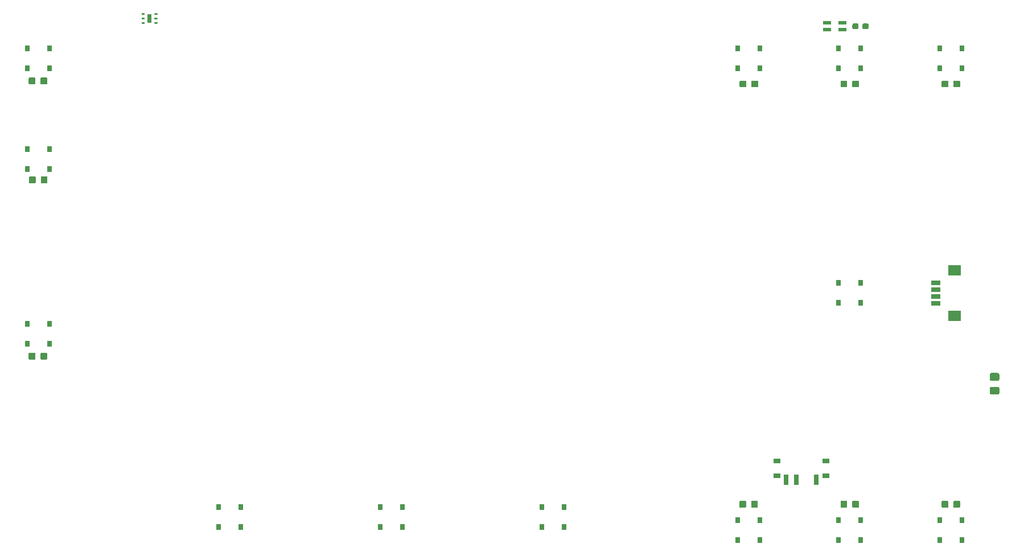
<source format=gtp>
G04 #@! TF.GenerationSoftware,KiCad,Pcbnew,(5.1.5)-3*
G04 #@! TF.CreationDate,2020-04-11T01:13:50-04:00*
G04 #@! TF.ProjectId,CPU,4350552e-6b69-4636-9164-5f7063625858,rev?*
G04 #@! TF.SameCoordinates,Original*
G04 #@! TF.FileFunction,Paste,Top*
G04 #@! TF.FilePolarity,Positive*
%FSLAX46Y46*%
G04 Gerber Fmt 4.6, Leading zero omitted, Abs format (unit mm)*
G04 Created by KiCad (PCBNEW (5.1.5)-3) date 2020-04-11 01:13:50*
%MOMM*%
%LPD*%
G04 APERTURE LIST*
%ADD10C,0.100000*%
%ADD11R,1.200000X0.600000*%
%ADD12R,1.350000X0.700000*%
%ADD13R,1.900000X1.500000*%
%ADD14R,0.800000X0.850000*%
%ADD15R,0.700000X1.500000*%
%ADD16R,1.000000X0.800000*%
G04 APERTURE END LIST*
D10*
G36*
X58310000Y-47735000D02*
G01*
X58310000Y-46485000D01*
X57690000Y-46485000D01*
X57690000Y-47735000D01*
X58310000Y-47735000D01*
G37*
G36*
X184174505Y-101901204D02*
G01*
X184198773Y-101904804D01*
X184222572Y-101910765D01*
X184245671Y-101919030D01*
X184267850Y-101929520D01*
X184288893Y-101942132D01*
X184308599Y-101956747D01*
X184326777Y-101973223D01*
X184343253Y-101991401D01*
X184357868Y-102011107D01*
X184370480Y-102032150D01*
X184380970Y-102054329D01*
X184389235Y-102077428D01*
X184395196Y-102101227D01*
X184398796Y-102125495D01*
X184400000Y-102149999D01*
X184400000Y-102800001D01*
X184398796Y-102824505D01*
X184395196Y-102848773D01*
X184389235Y-102872572D01*
X184380970Y-102895671D01*
X184370480Y-102917850D01*
X184357868Y-102938893D01*
X184343253Y-102958599D01*
X184326777Y-102976777D01*
X184308599Y-102993253D01*
X184288893Y-103007868D01*
X184267850Y-103020480D01*
X184245671Y-103030970D01*
X184222572Y-103039235D01*
X184198773Y-103045196D01*
X184174505Y-103048796D01*
X184150001Y-103050000D01*
X183249999Y-103050000D01*
X183225495Y-103048796D01*
X183201227Y-103045196D01*
X183177428Y-103039235D01*
X183154329Y-103030970D01*
X183132150Y-103020480D01*
X183111107Y-103007868D01*
X183091401Y-102993253D01*
X183073223Y-102976777D01*
X183056747Y-102958599D01*
X183042132Y-102938893D01*
X183029520Y-102917850D01*
X183019030Y-102895671D01*
X183010765Y-102872572D01*
X183004804Y-102848773D01*
X183001204Y-102824505D01*
X183000000Y-102800001D01*
X183000000Y-102149999D01*
X183001204Y-102125495D01*
X183004804Y-102101227D01*
X183010765Y-102077428D01*
X183019030Y-102054329D01*
X183029520Y-102032150D01*
X183042132Y-102011107D01*
X183056747Y-101991401D01*
X183073223Y-101973223D01*
X183091401Y-101956747D01*
X183111107Y-101942132D01*
X183132150Y-101929520D01*
X183154329Y-101919030D01*
X183177428Y-101910765D01*
X183201227Y-101904804D01*
X183225495Y-101901204D01*
X183249999Y-101900000D01*
X184150001Y-101900000D01*
X184174505Y-101901204D01*
G37*
G36*
X184174505Y-99851204D02*
G01*
X184198773Y-99854804D01*
X184222572Y-99860765D01*
X184245671Y-99869030D01*
X184267850Y-99879520D01*
X184288893Y-99892132D01*
X184308599Y-99906747D01*
X184326777Y-99923223D01*
X184343253Y-99941401D01*
X184357868Y-99961107D01*
X184370480Y-99982150D01*
X184380970Y-100004329D01*
X184389235Y-100027428D01*
X184395196Y-100051227D01*
X184398796Y-100075495D01*
X184400000Y-100099999D01*
X184400000Y-100750001D01*
X184398796Y-100774505D01*
X184395196Y-100798773D01*
X184389235Y-100822572D01*
X184380970Y-100845671D01*
X184370480Y-100867850D01*
X184357868Y-100888893D01*
X184343253Y-100908599D01*
X184326777Y-100926777D01*
X184308599Y-100943253D01*
X184288893Y-100957868D01*
X184267850Y-100970480D01*
X184245671Y-100980970D01*
X184222572Y-100989235D01*
X184198773Y-100995196D01*
X184174505Y-100998796D01*
X184150001Y-101000000D01*
X183249999Y-101000000D01*
X183225495Y-100998796D01*
X183201227Y-100995196D01*
X183177428Y-100989235D01*
X183154329Y-100980970D01*
X183132150Y-100970480D01*
X183111107Y-100957868D01*
X183091401Y-100943253D01*
X183073223Y-100926777D01*
X183056747Y-100908599D01*
X183042132Y-100888893D01*
X183029520Y-100867850D01*
X183019030Y-100845671D01*
X183010765Y-100822572D01*
X183004804Y-100798773D01*
X183001204Y-100774505D01*
X183000000Y-100750001D01*
X183000000Y-100099999D01*
X183001204Y-100075495D01*
X183004804Y-100051227D01*
X183010765Y-100027428D01*
X183019030Y-100004329D01*
X183029520Y-99982150D01*
X183042132Y-99961107D01*
X183056747Y-99941401D01*
X183073223Y-99923223D01*
X183091401Y-99906747D01*
X183111107Y-99892132D01*
X183132150Y-99879520D01*
X183154329Y-99869030D01*
X183177428Y-99860765D01*
X183201227Y-99854804D01*
X183225495Y-99851204D01*
X183249999Y-99850000D01*
X184150001Y-99850000D01*
X184174505Y-99851204D01*
G37*
G36*
X40887703Y-55900722D02*
G01*
X40902264Y-55902882D01*
X40916543Y-55906459D01*
X40930403Y-55911418D01*
X40943710Y-55917712D01*
X40956336Y-55925280D01*
X40968159Y-55934048D01*
X40979066Y-55943934D01*
X40988952Y-55954841D01*
X40997720Y-55966664D01*
X41005288Y-55979290D01*
X41011582Y-55992597D01*
X41016541Y-56006457D01*
X41020118Y-56020736D01*
X41022278Y-56035297D01*
X41023000Y-56050000D01*
X41023000Y-56750000D01*
X41022278Y-56764703D01*
X41020118Y-56779264D01*
X41016541Y-56793543D01*
X41011582Y-56807403D01*
X41005288Y-56820710D01*
X40997720Y-56833336D01*
X40988952Y-56845159D01*
X40979066Y-56856066D01*
X40968159Y-56865952D01*
X40956336Y-56874720D01*
X40943710Y-56882288D01*
X40930403Y-56888582D01*
X40916543Y-56893541D01*
X40902264Y-56897118D01*
X40887703Y-56899278D01*
X40873000Y-56900000D01*
X40173000Y-56900000D01*
X40158297Y-56899278D01*
X40143736Y-56897118D01*
X40129457Y-56893541D01*
X40115597Y-56888582D01*
X40102290Y-56882288D01*
X40089664Y-56874720D01*
X40077841Y-56865952D01*
X40066934Y-56856066D01*
X40057048Y-56845159D01*
X40048280Y-56833336D01*
X40040712Y-56820710D01*
X40034418Y-56807403D01*
X40029459Y-56793543D01*
X40025882Y-56779264D01*
X40023722Y-56764703D01*
X40023000Y-56750000D01*
X40023000Y-56050000D01*
X40023722Y-56035297D01*
X40025882Y-56020736D01*
X40029459Y-56006457D01*
X40034418Y-55992597D01*
X40040712Y-55979290D01*
X40048280Y-55966664D01*
X40057048Y-55954841D01*
X40066934Y-55943934D01*
X40077841Y-55934048D01*
X40089664Y-55925280D01*
X40102290Y-55917712D01*
X40115597Y-55911418D01*
X40129457Y-55906459D01*
X40143736Y-55902882D01*
X40158297Y-55900722D01*
X40173000Y-55900000D01*
X40873000Y-55900000D01*
X40887703Y-55900722D01*
G37*
G36*
X42641703Y-55900722D02*
G01*
X42656264Y-55902882D01*
X42670543Y-55906459D01*
X42684403Y-55911418D01*
X42697710Y-55917712D01*
X42710336Y-55925280D01*
X42722159Y-55934048D01*
X42733066Y-55943934D01*
X42742952Y-55954841D01*
X42751720Y-55966664D01*
X42759288Y-55979290D01*
X42765582Y-55992597D01*
X42770541Y-56006457D01*
X42774118Y-56020736D01*
X42776278Y-56035297D01*
X42777000Y-56050000D01*
X42777000Y-56750000D01*
X42776278Y-56764703D01*
X42774118Y-56779264D01*
X42770541Y-56793543D01*
X42765582Y-56807403D01*
X42759288Y-56820710D01*
X42751720Y-56833336D01*
X42742952Y-56845159D01*
X42733066Y-56856066D01*
X42722159Y-56865952D01*
X42710336Y-56874720D01*
X42697710Y-56882288D01*
X42684403Y-56888582D01*
X42670543Y-56893541D01*
X42656264Y-56897118D01*
X42641703Y-56899278D01*
X42627000Y-56900000D01*
X41927000Y-56900000D01*
X41912297Y-56899278D01*
X41897736Y-56897118D01*
X41883457Y-56893541D01*
X41869597Y-56888582D01*
X41856290Y-56882288D01*
X41843664Y-56874720D01*
X41831841Y-56865952D01*
X41820934Y-56856066D01*
X41811048Y-56845159D01*
X41802280Y-56833336D01*
X41794712Y-56820710D01*
X41788418Y-56807403D01*
X41783459Y-56793543D01*
X41779882Y-56779264D01*
X41777722Y-56764703D01*
X41777000Y-56750000D01*
X41777000Y-56050000D01*
X41777722Y-56035297D01*
X41779882Y-56020736D01*
X41783459Y-56006457D01*
X41788418Y-55992597D01*
X41794712Y-55979290D01*
X41802280Y-55966664D01*
X41811048Y-55954841D01*
X41820934Y-55943934D01*
X41831841Y-55934048D01*
X41843664Y-55925280D01*
X41856290Y-55917712D01*
X41869597Y-55911418D01*
X41883457Y-55906459D01*
X41897736Y-55902882D01*
X41912297Y-55900722D01*
X41927000Y-55900000D01*
X42627000Y-55900000D01*
X42641703Y-55900722D01*
G37*
D11*
X158790000Y-48735000D03*
X158790000Y-47785000D03*
X161090000Y-47785000D03*
X161090000Y-48735000D03*
D10*
G36*
X163256609Y-47846059D02*
G01*
X163277960Y-47849226D01*
X163298898Y-47854471D01*
X163319221Y-47861743D01*
X163338734Y-47870971D01*
X163357248Y-47882068D01*
X163374585Y-47894926D01*
X163390578Y-47909422D01*
X163405074Y-47925415D01*
X163417932Y-47942752D01*
X163429029Y-47961266D01*
X163438257Y-47980779D01*
X163445529Y-48001102D01*
X163450774Y-48022040D01*
X163453941Y-48043391D01*
X163455000Y-48064950D01*
X163455000Y-48455050D01*
X163453941Y-48476609D01*
X163450774Y-48497960D01*
X163445529Y-48518898D01*
X163438257Y-48539221D01*
X163429029Y-48558734D01*
X163417932Y-48577248D01*
X163405074Y-48594585D01*
X163390578Y-48610578D01*
X163374585Y-48625074D01*
X163357248Y-48637932D01*
X163338734Y-48649029D01*
X163319221Y-48658257D01*
X163298898Y-48665529D01*
X163277960Y-48670774D01*
X163256609Y-48673941D01*
X163235050Y-48675000D01*
X162764950Y-48675000D01*
X162743391Y-48673941D01*
X162722040Y-48670774D01*
X162701102Y-48665529D01*
X162680779Y-48658257D01*
X162661266Y-48649029D01*
X162642752Y-48637932D01*
X162625415Y-48625074D01*
X162609422Y-48610578D01*
X162594926Y-48594585D01*
X162582068Y-48577248D01*
X162570971Y-48558734D01*
X162561743Y-48539221D01*
X162554471Y-48518898D01*
X162549226Y-48497960D01*
X162546059Y-48476609D01*
X162545000Y-48455050D01*
X162545000Y-48064950D01*
X162546059Y-48043391D01*
X162549226Y-48022040D01*
X162554471Y-48001102D01*
X162561743Y-47980779D01*
X162570971Y-47961266D01*
X162582068Y-47942752D01*
X162594926Y-47925415D01*
X162609422Y-47909422D01*
X162625415Y-47894926D01*
X162642752Y-47882068D01*
X162661266Y-47870971D01*
X162680779Y-47861743D01*
X162701102Y-47854471D01*
X162722040Y-47849226D01*
X162743391Y-47846059D01*
X162764950Y-47845000D01*
X163235050Y-47845000D01*
X163256609Y-47846059D01*
G37*
G36*
X164756609Y-47846059D02*
G01*
X164777960Y-47849226D01*
X164798898Y-47854471D01*
X164819221Y-47861743D01*
X164838734Y-47870971D01*
X164857248Y-47882068D01*
X164874585Y-47894926D01*
X164890578Y-47909422D01*
X164905074Y-47925415D01*
X164917932Y-47942752D01*
X164929029Y-47961266D01*
X164938257Y-47980779D01*
X164945529Y-48001102D01*
X164950774Y-48022040D01*
X164953941Y-48043391D01*
X164955000Y-48064950D01*
X164955000Y-48455050D01*
X164953941Y-48476609D01*
X164950774Y-48497960D01*
X164945529Y-48518898D01*
X164938257Y-48539221D01*
X164929029Y-48558734D01*
X164917932Y-48577248D01*
X164905074Y-48594585D01*
X164890578Y-48610578D01*
X164874585Y-48625074D01*
X164857248Y-48637932D01*
X164838734Y-48649029D01*
X164819221Y-48658257D01*
X164798898Y-48665529D01*
X164777960Y-48670774D01*
X164756609Y-48673941D01*
X164735050Y-48675000D01*
X164264950Y-48675000D01*
X164243391Y-48673941D01*
X164222040Y-48670774D01*
X164201102Y-48665529D01*
X164180779Y-48658257D01*
X164161266Y-48649029D01*
X164142752Y-48637932D01*
X164125415Y-48625074D01*
X164109422Y-48610578D01*
X164094926Y-48594585D01*
X164082068Y-48577248D01*
X164070971Y-48558734D01*
X164061743Y-48539221D01*
X164054471Y-48518898D01*
X164049226Y-48497960D01*
X164046059Y-48476609D01*
X164045000Y-48455050D01*
X164045000Y-48064950D01*
X164046059Y-48043391D01*
X164049226Y-48022040D01*
X164054471Y-48001102D01*
X164061743Y-47980779D01*
X164070971Y-47961266D01*
X164082068Y-47942752D01*
X164094926Y-47925415D01*
X164109422Y-47909422D01*
X164125415Y-47894926D01*
X164142752Y-47882068D01*
X164161266Y-47870971D01*
X164180779Y-47861743D01*
X164201102Y-47854471D01*
X164222040Y-47849226D01*
X164243391Y-47846059D01*
X164264950Y-47845000D01*
X164735050Y-47845000D01*
X164756609Y-47846059D01*
G37*
G36*
X40922201Y-70620722D02*
G01*
X40936762Y-70622882D01*
X40951041Y-70626459D01*
X40964901Y-70631418D01*
X40978208Y-70637712D01*
X40990834Y-70645280D01*
X41002657Y-70654048D01*
X41013564Y-70663934D01*
X41023450Y-70674841D01*
X41032218Y-70686664D01*
X41039786Y-70699290D01*
X41046080Y-70712597D01*
X41051039Y-70726457D01*
X41054616Y-70740736D01*
X41056776Y-70755297D01*
X41057498Y-70770000D01*
X41057498Y-71470000D01*
X41056776Y-71484703D01*
X41054616Y-71499264D01*
X41051039Y-71513543D01*
X41046080Y-71527403D01*
X41039786Y-71540710D01*
X41032218Y-71553336D01*
X41023450Y-71565159D01*
X41013564Y-71576066D01*
X41002657Y-71585952D01*
X40990834Y-71594720D01*
X40978208Y-71602288D01*
X40964901Y-71608582D01*
X40951041Y-71613541D01*
X40936762Y-71617118D01*
X40922201Y-71619278D01*
X40907498Y-71620000D01*
X40207498Y-71620000D01*
X40192795Y-71619278D01*
X40178234Y-71617118D01*
X40163955Y-71613541D01*
X40150095Y-71608582D01*
X40136788Y-71602288D01*
X40124162Y-71594720D01*
X40112339Y-71585952D01*
X40101432Y-71576066D01*
X40091546Y-71565159D01*
X40082778Y-71553336D01*
X40075210Y-71540710D01*
X40068916Y-71527403D01*
X40063957Y-71513543D01*
X40060380Y-71499264D01*
X40058220Y-71484703D01*
X40057498Y-71470000D01*
X40057498Y-70770000D01*
X40058220Y-70755297D01*
X40060380Y-70740736D01*
X40063957Y-70726457D01*
X40068916Y-70712597D01*
X40075210Y-70699290D01*
X40082778Y-70686664D01*
X40091546Y-70674841D01*
X40101432Y-70663934D01*
X40112339Y-70654048D01*
X40124162Y-70645280D01*
X40136788Y-70637712D01*
X40150095Y-70631418D01*
X40163955Y-70626459D01*
X40178234Y-70622882D01*
X40192795Y-70620722D01*
X40207498Y-70620000D01*
X40907498Y-70620000D01*
X40922201Y-70620722D01*
G37*
G36*
X42676201Y-70620722D02*
G01*
X42690762Y-70622882D01*
X42705041Y-70626459D01*
X42718901Y-70631418D01*
X42732208Y-70637712D01*
X42744834Y-70645280D01*
X42756657Y-70654048D01*
X42767564Y-70663934D01*
X42777450Y-70674841D01*
X42786218Y-70686664D01*
X42793786Y-70699290D01*
X42800080Y-70712597D01*
X42805039Y-70726457D01*
X42808616Y-70740736D01*
X42810776Y-70755297D01*
X42811498Y-70770000D01*
X42811498Y-71470000D01*
X42810776Y-71484703D01*
X42808616Y-71499264D01*
X42805039Y-71513543D01*
X42800080Y-71527403D01*
X42793786Y-71540710D01*
X42786218Y-71553336D01*
X42777450Y-71565159D01*
X42767564Y-71576066D01*
X42756657Y-71585952D01*
X42744834Y-71594720D01*
X42732208Y-71602288D01*
X42718901Y-71608582D01*
X42705041Y-71613541D01*
X42690762Y-71617118D01*
X42676201Y-71619278D01*
X42661498Y-71620000D01*
X41961498Y-71620000D01*
X41946795Y-71619278D01*
X41932234Y-71617118D01*
X41917955Y-71613541D01*
X41904095Y-71608582D01*
X41890788Y-71602288D01*
X41878162Y-71594720D01*
X41866339Y-71585952D01*
X41855432Y-71576066D01*
X41845546Y-71565159D01*
X41836778Y-71553336D01*
X41829210Y-71540710D01*
X41822916Y-71527403D01*
X41817957Y-71513543D01*
X41814380Y-71499264D01*
X41812220Y-71484703D01*
X41811498Y-71470000D01*
X41811498Y-70770000D01*
X41812220Y-70755297D01*
X41814380Y-70740736D01*
X41817957Y-70726457D01*
X41822916Y-70712597D01*
X41829210Y-70699290D01*
X41836778Y-70686664D01*
X41845546Y-70674841D01*
X41855432Y-70663934D01*
X41866339Y-70654048D01*
X41878162Y-70645280D01*
X41890788Y-70637712D01*
X41904095Y-70631418D01*
X41917955Y-70626459D01*
X41932234Y-70622882D01*
X41946795Y-70620722D01*
X41961498Y-70620000D01*
X42661498Y-70620000D01*
X42676201Y-70620722D01*
G37*
G36*
X40887703Y-96850722D02*
G01*
X40902264Y-96852882D01*
X40916543Y-96856459D01*
X40930403Y-96861418D01*
X40943710Y-96867712D01*
X40956336Y-96875280D01*
X40968159Y-96884048D01*
X40979066Y-96893934D01*
X40988952Y-96904841D01*
X40997720Y-96916664D01*
X41005288Y-96929290D01*
X41011582Y-96942597D01*
X41016541Y-96956457D01*
X41020118Y-96970736D01*
X41022278Y-96985297D01*
X41023000Y-97000000D01*
X41023000Y-97700000D01*
X41022278Y-97714703D01*
X41020118Y-97729264D01*
X41016541Y-97743543D01*
X41011582Y-97757403D01*
X41005288Y-97770710D01*
X40997720Y-97783336D01*
X40988952Y-97795159D01*
X40979066Y-97806066D01*
X40968159Y-97815952D01*
X40956336Y-97824720D01*
X40943710Y-97832288D01*
X40930403Y-97838582D01*
X40916543Y-97843541D01*
X40902264Y-97847118D01*
X40887703Y-97849278D01*
X40873000Y-97850000D01*
X40173000Y-97850000D01*
X40158297Y-97849278D01*
X40143736Y-97847118D01*
X40129457Y-97843541D01*
X40115597Y-97838582D01*
X40102290Y-97832288D01*
X40089664Y-97824720D01*
X40077841Y-97815952D01*
X40066934Y-97806066D01*
X40057048Y-97795159D01*
X40048280Y-97783336D01*
X40040712Y-97770710D01*
X40034418Y-97757403D01*
X40029459Y-97743543D01*
X40025882Y-97729264D01*
X40023722Y-97714703D01*
X40023000Y-97700000D01*
X40023000Y-97000000D01*
X40023722Y-96985297D01*
X40025882Y-96970736D01*
X40029459Y-96956457D01*
X40034418Y-96942597D01*
X40040712Y-96929290D01*
X40048280Y-96916664D01*
X40057048Y-96904841D01*
X40066934Y-96893934D01*
X40077841Y-96884048D01*
X40089664Y-96875280D01*
X40102290Y-96867712D01*
X40115597Y-96861418D01*
X40129457Y-96856459D01*
X40143736Y-96852882D01*
X40158297Y-96850722D01*
X40173000Y-96850000D01*
X40873000Y-96850000D01*
X40887703Y-96850722D01*
G37*
G36*
X42641703Y-96850722D02*
G01*
X42656264Y-96852882D01*
X42670543Y-96856459D01*
X42684403Y-96861418D01*
X42697710Y-96867712D01*
X42710336Y-96875280D01*
X42722159Y-96884048D01*
X42733066Y-96893934D01*
X42742952Y-96904841D01*
X42751720Y-96916664D01*
X42759288Y-96929290D01*
X42765582Y-96942597D01*
X42770541Y-96956457D01*
X42774118Y-96970736D01*
X42776278Y-96985297D01*
X42777000Y-97000000D01*
X42777000Y-97700000D01*
X42776278Y-97714703D01*
X42774118Y-97729264D01*
X42770541Y-97743543D01*
X42765582Y-97757403D01*
X42759288Y-97770710D01*
X42751720Y-97783336D01*
X42742952Y-97795159D01*
X42733066Y-97806066D01*
X42722159Y-97815952D01*
X42710336Y-97824720D01*
X42697710Y-97832288D01*
X42684403Y-97838582D01*
X42670543Y-97843541D01*
X42656264Y-97847118D01*
X42641703Y-97849278D01*
X42627000Y-97850000D01*
X41927000Y-97850000D01*
X41912297Y-97849278D01*
X41897736Y-97847118D01*
X41883457Y-97843541D01*
X41869597Y-97838582D01*
X41856290Y-97832288D01*
X41843664Y-97824720D01*
X41831841Y-97815952D01*
X41820934Y-97806066D01*
X41811048Y-97795159D01*
X41802280Y-97783336D01*
X41794712Y-97770710D01*
X41788418Y-97757403D01*
X41783459Y-97743543D01*
X41779882Y-97729264D01*
X41777722Y-97714703D01*
X41777000Y-97700000D01*
X41777000Y-97000000D01*
X41777722Y-96985297D01*
X41779882Y-96970736D01*
X41783459Y-96956457D01*
X41788418Y-96942597D01*
X41794712Y-96929290D01*
X41802280Y-96916664D01*
X41811048Y-96904841D01*
X41820934Y-96893934D01*
X41831841Y-96884048D01*
X41843664Y-96875280D01*
X41856290Y-96867712D01*
X41869597Y-96861418D01*
X41883457Y-96856459D01*
X41897736Y-96852882D01*
X41912297Y-96850722D01*
X41927000Y-96850000D01*
X42627000Y-96850000D01*
X42641703Y-96850722D01*
G37*
G36*
X146595367Y-118880722D02*
G01*
X146609928Y-118882882D01*
X146624207Y-118886459D01*
X146638067Y-118891418D01*
X146651374Y-118897712D01*
X146664000Y-118905280D01*
X146675823Y-118914048D01*
X146686730Y-118923934D01*
X146696616Y-118934841D01*
X146705384Y-118946664D01*
X146712952Y-118959290D01*
X146719246Y-118972597D01*
X146724205Y-118986457D01*
X146727782Y-119000736D01*
X146729942Y-119015297D01*
X146730664Y-119030000D01*
X146730664Y-119730000D01*
X146729942Y-119744703D01*
X146727782Y-119759264D01*
X146724205Y-119773543D01*
X146719246Y-119787403D01*
X146712952Y-119800710D01*
X146705384Y-119813336D01*
X146696616Y-119825159D01*
X146686730Y-119836066D01*
X146675823Y-119845952D01*
X146664000Y-119854720D01*
X146651374Y-119862288D01*
X146638067Y-119868582D01*
X146624207Y-119873541D01*
X146609928Y-119877118D01*
X146595367Y-119879278D01*
X146580664Y-119880000D01*
X145880664Y-119880000D01*
X145865961Y-119879278D01*
X145851400Y-119877118D01*
X145837121Y-119873541D01*
X145823261Y-119868582D01*
X145809954Y-119862288D01*
X145797328Y-119854720D01*
X145785505Y-119845952D01*
X145774598Y-119836066D01*
X145764712Y-119825159D01*
X145755944Y-119813336D01*
X145748376Y-119800710D01*
X145742082Y-119787403D01*
X145737123Y-119773543D01*
X145733546Y-119759264D01*
X145731386Y-119744703D01*
X145730664Y-119730000D01*
X145730664Y-119030000D01*
X145731386Y-119015297D01*
X145733546Y-119000736D01*
X145737123Y-118986457D01*
X145742082Y-118972597D01*
X145748376Y-118959290D01*
X145755944Y-118946664D01*
X145764712Y-118934841D01*
X145774598Y-118923934D01*
X145785505Y-118914048D01*
X145797328Y-118905280D01*
X145809954Y-118897712D01*
X145823261Y-118891418D01*
X145837121Y-118886459D01*
X145851400Y-118882882D01*
X145865961Y-118880722D01*
X145880664Y-118880000D01*
X146580664Y-118880000D01*
X146595367Y-118880722D01*
G37*
G36*
X148349367Y-118880722D02*
G01*
X148363928Y-118882882D01*
X148378207Y-118886459D01*
X148392067Y-118891418D01*
X148405374Y-118897712D01*
X148418000Y-118905280D01*
X148429823Y-118914048D01*
X148440730Y-118923934D01*
X148450616Y-118934841D01*
X148459384Y-118946664D01*
X148466952Y-118959290D01*
X148473246Y-118972597D01*
X148478205Y-118986457D01*
X148481782Y-119000736D01*
X148483942Y-119015297D01*
X148484664Y-119030000D01*
X148484664Y-119730000D01*
X148483942Y-119744703D01*
X148481782Y-119759264D01*
X148478205Y-119773543D01*
X148473246Y-119787403D01*
X148466952Y-119800710D01*
X148459384Y-119813336D01*
X148450616Y-119825159D01*
X148440730Y-119836066D01*
X148429823Y-119845952D01*
X148418000Y-119854720D01*
X148405374Y-119862288D01*
X148392067Y-119868582D01*
X148378207Y-119873541D01*
X148363928Y-119877118D01*
X148349367Y-119879278D01*
X148334664Y-119880000D01*
X147634664Y-119880000D01*
X147619961Y-119879278D01*
X147605400Y-119877118D01*
X147591121Y-119873541D01*
X147577261Y-119868582D01*
X147563954Y-119862288D01*
X147551328Y-119854720D01*
X147539505Y-119845952D01*
X147528598Y-119836066D01*
X147518712Y-119825159D01*
X147509944Y-119813336D01*
X147502376Y-119800710D01*
X147496082Y-119787403D01*
X147491123Y-119773543D01*
X147487546Y-119759264D01*
X147485386Y-119744703D01*
X147484664Y-119730000D01*
X147484664Y-119030000D01*
X147485386Y-119015297D01*
X147487546Y-119000736D01*
X147491123Y-118986457D01*
X147496082Y-118972597D01*
X147502376Y-118959290D01*
X147509944Y-118946664D01*
X147518712Y-118934841D01*
X147528598Y-118923934D01*
X147539505Y-118914048D01*
X147551328Y-118905280D01*
X147563954Y-118897712D01*
X147577261Y-118891418D01*
X147591121Y-118886459D01*
X147605400Y-118882882D01*
X147619961Y-118880722D01*
X147634664Y-118880000D01*
X148334664Y-118880000D01*
X148349367Y-118880722D01*
G37*
G36*
X161636919Y-118880722D02*
G01*
X161651480Y-118882882D01*
X161665759Y-118886459D01*
X161679619Y-118891418D01*
X161692926Y-118897712D01*
X161705552Y-118905280D01*
X161717375Y-118914048D01*
X161728282Y-118923934D01*
X161738168Y-118934841D01*
X161746936Y-118946664D01*
X161754504Y-118959290D01*
X161760798Y-118972597D01*
X161765757Y-118986457D01*
X161769334Y-119000736D01*
X161771494Y-119015297D01*
X161772216Y-119030000D01*
X161772216Y-119730000D01*
X161771494Y-119744703D01*
X161769334Y-119759264D01*
X161765757Y-119773543D01*
X161760798Y-119787403D01*
X161754504Y-119800710D01*
X161746936Y-119813336D01*
X161738168Y-119825159D01*
X161728282Y-119836066D01*
X161717375Y-119845952D01*
X161705552Y-119854720D01*
X161692926Y-119862288D01*
X161679619Y-119868582D01*
X161665759Y-119873541D01*
X161651480Y-119877118D01*
X161636919Y-119879278D01*
X161622216Y-119880000D01*
X160922216Y-119880000D01*
X160907513Y-119879278D01*
X160892952Y-119877118D01*
X160878673Y-119873541D01*
X160864813Y-119868582D01*
X160851506Y-119862288D01*
X160838880Y-119854720D01*
X160827057Y-119845952D01*
X160816150Y-119836066D01*
X160806264Y-119825159D01*
X160797496Y-119813336D01*
X160789928Y-119800710D01*
X160783634Y-119787403D01*
X160778675Y-119773543D01*
X160775098Y-119759264D01*
X160772938Y-119744703D01*
X160772216Y-119730000D01*
X160772216Y-119030000D01*
X160772938Y-119015297D01*
X160775098Y-119000736D01*
X160778675Y-118986457D01*
X160783634Y-118972597D01*
X160789928Y-118959290D01*
X160797496Y-118946664D01*
X160806264Y-118934841D01*
X160816150Y-118923934D01*
X160827057Y-118914048D01*
X160838880Y-118905280D01*
X160851506Y-118897712D01*
X160864813Y-118891418D01*
X160878673Y-118886459D01*
X160892952Y-118882882D01*
X160907513Y-118880722D01*
X160922216Y-118880000D01*
X161622216Y-118880000D01*
X161636919Y-118880722D01*
G37*
G36*
X163390919Y-118880722D02*
G01*
X163405480Y-118882882D01*
X163419759Y-118886459D01*
X163433619Y-118891418D01*
X163446926Y-118897712D01*
X163459552Y-118905280D01*
X163471375Y-118914048D01*
X163482282Y-118923934D01*
X163492168Y-118934841D01*
X163500936Y-118946664D01*
X163508504Y-118959290D01*
X163514798Y-118972597D01*
X163519757Y-118986457D01*
X163523334Y-119000736D01*
X163525494Y-119015297D01*
X163526216Y-119030000D01*
X163526216Y-119730000D01*
X163525494Y-119744703D01*
X163523334Y-119759264D01*
X163519757Y-119773543D01*
X163514798Y-119787403D01*
X163508504Y-119800710D01*
X163500936Y-119813336D01*
X163492168Y-119825159D01*
X163482282Y-119836066D01*
X163471375Y-119845952D01*
X163459552Y-119854720D01*
X163446926Y-119862288D01*
X163433619Y-119868582D01*
X163419759Y-119873541D01*
X163405480Y-119877118D01*
X163390919Y-119879278D01*
X163376216Y-119880000D01*
X162676216Y-119880000D01*
X162661513Y-119879278D01*
X162646952Y-119877118D01*
X162632673Y-119873541D01*
X162618813Y-119868582D01*
X162605506Y-119862288D01*
X162592880Y-119854720D01*
X162581057Y-119845952D01*
X162570150Y-119836066D01*
X162560264Y-119825159D01*
X162551496Y-119813336D01*
X162543928Y-119800710D01*
X162537634Y-119787403D01*
X162532675Y-119773543D01*
X162529098Y-119759264D01*
X162526938Y-119744703D01*
X162526216Y-119730000D01*
X162526216Y-119030000D01*
X162526938Y-119015297D01*
X162529098Y-119000736D01*
X162532675Y-118986457D01*
X162537634Y-118972597D01*
X162543928Y-118959290D01*
X162551496Y-118946664D01*
X162560264Y-118934841D01*
X162570150Y-118923934D01*
X162581057Y-118914048D01*
X162592880Y-118905280D01*
X162605506Y-118897712D01*
X162618813Y-118891418D01*
X162632673Y-118886459D01*
X162646952Y-118882882D01*
X162661513Y-118880722D01*
X162676216Y-118880000D01*
X163376216Y-118880000D01*
X163390919Y-118880722D01*
G37*
G36*
X176678482Y-118880722D02*
G01*
X176693043Y-118882882D01*
X176707322Y-118886459D01*
X176721182Y-118891418D01*
X176734489Y-118897712D01*
X176747115Y-118905280D01*
X176758938Y-118914048D01*
X176769845Y-118923934D01*
X176779731Y-118934841D01*
X176788499Y-118946664D01*
X176796067Y-118959290D01*
X176802361Y-118972597D01*
X176807320Y-118986457D01*
X176810897Y-119000736D01*
X176813057Y-119015297D01*
X176813779Y-119030000D01*
X176813779Y-119730000D01*
X176813057Y-119744703D01*
X176810897Y-119759264D01*
X176807320Y-119773543D01*
X176802361Y-119787403D01*
X176796067Y-119800710D01*
X176788499Y-119813336D01*
X176779731Y-119825159D01*
X176769845Y-119836066D01*
X176758938Y-119845952D01*
X176747115Y-119854720D01*
X176734489Y-119862288D01*
X176721182Y-119868582D01*
X176707322Y-119873541D01*
X176693043Y-119877118D01*
X176678482Y-119879278D01*
X176663779Y-119880000D01*
X175963779Y-119880000D01*
X175949076Y-119879278D01*
X175934515Y-119877118D01*
X175920236Y-119873541D01*
X175906376Y-119868582D01*
X175893069Y-119862288D01*
X175880443Y-119854720D01*
X175868620Y-119845952D01*
X175857713Y-119836066D01*
X175847827Y-119825159D01*
X175839059Y-119813336D01*
X175831491Y-119800710D01*
X175825197Y-119787403D01*
X175820238Y-119773543D01*
X175816661Y-119759264D01*
X175814501Y-119744703D01*
X175813779Y-119730000D01*
X175813779Y-119030000D01*
X175814501Y-119015297D01*
X175816661Y-119000736D01*
X175820238Y-118986457D01*
X175825197Y-118972597D01*
X175831491Y-118959290D01*
X175839059Y-118946664D01*
X175847827Y-118934841D01*
X175857713Y-118923934D01*
X175868620Y-118914048D01*
X175880443Y-118905280D01*
X175893069Y-118897712D01*
X175906376Y-118891418D01*
X175920236Y-118886459D01*
X175934515Y-118882882D01*
X175949076Y-118880722D01*
X175963779Y-118880000D01*
X176663779Y-118880000D01*
X176678482Y-118880722D01*
G37*
G36*
X178432482Y-118880722D02*
G01*
X178447043Y-118882882D01*
X178461322Y-118886459D01*
X178475182Y-118891418D01*
X178488489Y-118897712D01*
X178501115Y-118905280D01*
X178512938Y-118914048D01*
X178523845Y-118923934D01*
X178533731Y-118934841D01*
X178542499Y-118946664D01*
X178550067Y-118959290D01*
X178556361Y-118972597D01*
X178561320Y-118986457D01*
X178564897Y-119000736D01*
X178567057Y-119015297D01*
X178567779Y-119030000D01*
X178567779Y-119730000D01*
X178567057Y-119744703D01*
X178564897Y-119759264D01*
X178561320Y-119773543D01*
X178556361Y-119787403D01*
X178550067Y-119800710D01*
X178542499Y-119813336D01*
X178533731Y-119825159D01*
X178523845Y-119836066D01*
X178512938Y-119845952D01*
X178501115Y-119854720D01*
X178488489Y-119862288D01*
X178475182Y-119868582D01*
X178461322Y-119873541D01*
X178447043Y-119877118D01*
X178432482Y-119879278D01*
X178417779Y-119880000D01*
X177717779Y-119880000D01*
X177703076Y-119879278D01*
X177688515Y-119877118D01*
X177674236Y-119873541D01*
X177660376Y-119868582D01*
X177647069Y-119862288D01*
X177634443Y-119854720D01*
X177622620Y-119845952D01*
X177611713Y-119836066D01*
X177601827Y-119825159D01*
X177593059Y-119813336D01*
X177585491Y-119800710D01*
X177579197Y-119787403D01*
X177574238Y-119773543D01*
X177570661Y-119759264D01*
X177568501Y-119744703D01*
X177567779Y-119730000D01*
X177567779Y-119030000D01*
X177568501Y-119015297D01*
X177570661Y-119000736D01*
X177574238Y-118986457D01*
X177579197Y-118972597D01*
X177585491Y-118959290D01*
X177593059Y-118946664D01*
X177601827Y-118934841D01*
X177611713Y-118923934D01*
X177622620Y-118914048D01*
X177634443Y-118905280D01*
X177647069Y-118897712D01*
X177660376Y-118891418D01*
X177674236Y-118886459D01*
X177688515Y-118882882D01*
X177703076Y-118880722D01*
X177717779Y-118880000D01*
X178417779Y-118880000D01*
X178432482Y-118880722D01*
G37*
G36*
X146637703Y-56350722D02*
G01*
X146652264Y-56352882D01*
X146666543Y-56356459D01*
X146680403Y-56361418D01*
X146693710Y-56367712D01*
X146706336Y-56375280D01*
X146718159Y-56384048D01*
X146729066Y-56393934D01*
X146738952Y-56404841D01*
X146747720Y-56416664D01*
X146755288Y-56429290D01*
X146761582Y-56442597D01*
X146766541Y-56456457D01*
X146770118Y-56470736D01*
X146772278Y-56485297D01*
X146773000Y-56500000D01*
X146773000Y-57200000D01*
X146772278Y-57214703D01*
X146770118Y-57229264D01*
X146766541Y-57243543D01*
X146761582Y-57257403D01*
X146755288Y-57270710D01*
X146747720Y-57283336D01*
X146738952Y-57295159D01*
X146729066Y-57306066D01*
X146718159Y-57315952D01*
X146706336Y-57324720D01*
X146693710Y-57332288D01*
X146680403Y-57338582D01*
X146666543Y-57343541D01*
X146652264Y-57347118D01*
X146637703Y-57349278D01*
X146623000Y-57350000D01*
X145923000Y-57350000D01*
X145908297Y-57349278D01*
X145893736Y-57347118D01*
X145879457Y-57343541D01*
X145865597Y-57338582D01*
X145852290Y-57332288D01*
X145839664Y-57324720D01*
X145827841Y-57315952D01*
X145816934Y-57306066D01*
X145807048Y-57295159D01*
X145798280Y-57283336D01*
X145790712Y-57270710D01*
X145784418Y-57257403D01*
X145779459Y-57243543D01*
X145775882Y-57229264D01*
X145773722Y-57214703D01*
X145773000Y-57200000D01*
X145773000Y-56500000D01*
X145773722Y-56485297D01*
X145775882Y-56470736D01*
X145779459Y-56456457D01*
X145784418Y-56442597D01*
X145790712Y-56429290D01*
X145798280Y-56416664D01*
X145807048Y-56404841D01*
X145816934Y-56393934D01*
X145827841Y-56384048D01*
X145839664Y-56375280D01*
X145852290Y-56367712D01*
X145865597Y-56361418D01*
X145879457Y-56356459D01*
X145893736Y-56352882D01*
X145908297Y-56350722D01*
X145923000Y-56350000D01*
X146623000Y-56350000D01*
X146637703Y-56350722D01*
G37*
G36*
X148391703Y-56350722D02*
G01*
X148406264Y-56352882D01*
X148420543Y-56356459D01*
X148434403Y-56361418D01*
X148447710Y-56367712D01*
X148460336Y-56375280D01*
X148472159Y-56384048D01*
X148483066Y-56393934D01*
X148492952Y-56404841D01*
X148501720Y-56416664D01*
X148509288Y-56429290D01*
X148515582Y-56442597D01*
X148520541Y-56456457D01*
X148524118Y-56470736D01*
X148526278Y-56485297D01*
X148527000Y-56500000D01*
X148527000Y-57200000D01*
X148526278Y-57214703D01*
X148524118Y-57229264D01*
X148520541Y-57243543D01*
X148515582Y-57257403D01*
X148509288Y-57270710D01*
X148501720Y-57283336D01*
X148492952Y-57295159D01*
X148483066Y-57306066D01*
X148472159Y-57315952D01*
X148460336Y-57324720D01*
X148447710Y-57332288D01*
X148434403Y-57338582D01*
X148420543Y-57343541D01*
X148406264Y-57347118D01*
X148391703Y-57349278D01*
X148377000Y-57350000D01*
X147677000Y-57350000D01*
X147662297Y-57349278D01*
X147647736Y-57347118D01*
X147633457Y-57343541D01*
X147619597Y-57338582D01*
X147606290Y-57332288D01*
X147593664Y-57324720D01*
X147581841Y-57315952D01*
X147570934Y-57306066D01*
X147561048Y-57295159D01*
X147552280Y-57283336D01*
X147544712Y-57270710D01*
X147538418Y-57257403D01*
X147533459Y-57243543D01*
X147529882Y-57229264D01*
X147527722Y-57214703D01*
X147527000Y-57200000D01*
X147527000Y-56500000D01*
X147527722Y-56485297D01*
X147529882Y-56470736D01*
X147533459Y-56456457D01*
X147538418Y-56442597D01*
X147544712Y-56429290D01*
X147552280Y-56416664D01*
X147561048Y-56404841D01*
X147570934Y-56393934D01*
X147581841Y-56384048D01*
X147593664Y-56375280D01*
X147606290Y-56367712D01*
X147619597Y-56361418D01*
X147633457Y-56356459D01*
X147647736Y-56352882D01*
X147662297Y-56350722D01*
X147677000Y-56350000D01*
X148377000Y-56350000D01*
X148391703Y-56350722D01*
G37*
G36*
X161637703Y-56350722D02*
G01*
X161652264Y-56352882D01*
X161666543Y-56356459D01*
X161680403Y-56361418D01*
X161693710Y-56367712D01*
X161706336Y-56375280D01*
X161718159Y-56384048D01*
X161729066Y-56393934D01*
X161738952Y-56404841D01*
X161747720Y-56416664D01*
X161755288Y-56429290D01*
X161761582Y-56442597D01*
X161766541Y-56456457D01*
X161770118Y-56470736D01*
X161772278Y-56485297D01*
X161773000Y-56500000D01*
X161773000Y-57200000D01*
X161772278Y-57214703D01*
X161770118Y-57229264D01*
X161766541Y-57243543D01*
X161761582Y-57257403D01*
X161755288Y-57270710D01*
X161747720Y-57283336D01*
X161738952Y-57295159D01*
X161729066Y-57306066D01*
X161718159Y-57315952D01*
X161706336Y-57324720D01*
X161693710Y-57332288D01*
X161680403Y-57338582D01*
X161666543Y-57343541D01*
X161652264Y-57347118D01*
X161637703Y-57349278D01*
X161623000Y-57350000D01*
X160923000Y-57350000D01*
X160908297Y-57349278D01*
X160893736Y-57347118D01*
X160879457Y-57343541D01*
X160865597Y-57338582D01*
X160852290Y-57332288D01*
X160839664Y-57324720D01*
X160827841Y-57315952D01*
X160816934Y-57306066D01*
X160807048Y-57295159D01*
X160798280Y-57283336D01*
X160790712Y-57270710D01*
X160784418Y-57257403D01*
X160779459Y-57243543D01*
X160775882Y-57229264D01*
X160773722Y-57214703D01*
X160773000Y-57200000D01*
X160773000Y-56500000D01*
X160773722Y-56485297D01*
X160775882Y-56470736D01*
X160779459Y-56456457D01*
X160784418Y-56442597D01*
X160790712Y-56429290D01*
X160798280Y-56416664D01*
X160807048Y-56404841D01*
X160816934Y-56393934D01*
X160827841Y-56384048D01*
X160839664Y-56375280D01*
X160852290Y-56367712D01*
X160865597Y-56361418D01*
X160879457Y-56356459D01*
X160893736Y-56352882D01*
X160908297Y-56350722D01*
X160923000Y-56350000D01*
X161623000Y-56350000D01*
X161637703Y-56350722D01*
G37*
G36*
X163391703Y-56350722D02*
G01*
X163406264Y-56352882D01*
X163420543Y-56356459D01*
X163434403Y-56361418D01*
X163447710Y-56367712D01*
X163460336Y-56375280D01*
X163472159Y-56384048D01*
X163483066Y-56393934D01*
X163492952Y-56404841D01*
X163501720Y-56416664D01*
X163509288Y-56429290D01*
X163515582Y-56442597D01*
X163520541Y-56456457D01*
X163524118Y-56470736D01*
X163526278Y-56485297D01*
X163527000Y-56500000D01*
X163527000Y-57200000D01*
X163526278Y-57214703D01*
X163524118Y-57229264D01*
X163520541Y-57243543D01*
X163515582Y-57257403D01*
X163509288Y-57270710D01*
X163501720Y-57283336D01*
X163492952Y-57295159D01*
X163483066Y-57306066D01*
X163472159Y-57315952D01*
X163460336Y-57324720D01*
X163447710Y-57332288D01*
X163434403Y-57338582D01*
X163420543Y-57343541D01*
X163406264Y-57347118D01*
X163391703Y-57349278D01*
X163377000Y-57350000D01*
X162677000Y-57350000D01*
X162662297Y-57349278D01*
X162647736Y-57347118D01*
X162633457Y-57343541D01*
X162619597Y-57338582D01*
X162606290Y-57332288D01*
X162593664Y-57324720D01*
X162581841Y-57315952D01*
X162570934Y-57306066D01*
X162561048Y-57295159D01*
X162552280Y-57283336D01*
X162544712Y-57270710D01*
X162538418Y-57257403D01*
X162533459Y-57243543D01*
X162529882Y-57229264D01*
X162527722Y-57214703D01*
X162527000Y-57200000D01*
X162527000Y-56500000D01*
X162527722Y-56485297D01*
X162529882Y-56470736D01*
X162533459Y-56456457D01*
X162538418Y-56442597D01*
X162544712Y-56429290D01*
X162552280Y-56416664D01*
X162561048Y-56404841D01*
X162570934Y-56393934D01*
X162581841Y-56384048D01*
X162593664Y-56375280D01*
X162606290Y-56367712D01*
X162619597Y-56361418D01*
X162633457Y-56356459D01*
X162647736Y-56352882D01*
X162662297Y-56350722D01*
X162677000Y-56350000D01*
X163377000Y-56350000D01*
X163391703Y-56350722D01*
G37*
G36*
X176678482Y-56350722D02*
G01*
X176693043Y-56352882D01*
X176707322Y-56356459D01*
X176721182Y-56361418D01*
X176734489Y-56367712D01*
X176747115Y-56375280D01*
X176758938Y-56384048D01*
X176769845Y-56393934D01*
X176779731Y-56404841D01*
X176788499Y-56416664D01*
X176796067Y-56429290D01*
X176802361Y-56442597D01*
X176807320Y-56456457D01*
X176810897Y-56470736D01*
X176813057Y-56485297D01*
X176813779Y-56500000D01*
X176813779Y-57200000D01*
X176813057Y-57214703D01*
X176810897Y-57229264D01*
X176807320Y-57243543D01*
X176802361Y-57257403D01*
X176796067Y-57270710D01*
X176788499Y-57283336D01*
X176779731Y-57295159D01*
X176769845Y-57306066D01*
X176758938Y-57315952D01*
X176747115Y-57324720D01*
X176734489Y-57332288D01*
X176721182Y-57338582D01*
X176707322Y-57343541D01*
X176693043Y-57347118D01*
X176678482Y-57349278D01*
X176663779Y-57350000D01*
X175963779Y-57350000D01*
X175949076Y-57349278D01*
X175934515Y-57347118D01*
X175920236Y-57343541D01*
X175906376Y-57338582D01*
X175893069Y-57332288D01*
X175880443Y-57324720D01*
X175868620Y-57315952D01*
X175857713Y-57306066D01*
X175847827Y-57295159D01*
X175839059Y-57283336D01*
X175831491Y-57270710D01*
X175825197Y-57257403D01*
X175820238Y-57243543D01*
X175816661Y-57229264D01*
X175814501Y-57214703D01*
X175813779Y-57200000D01*
X175813779Y-56500000D01*
X175814501Y-56485297D01*
X175816661Y-56470736D01*
X175820238Y-56456457D01*
X175825197Y-56442597D01*
X175831491Y-56429290D01*
X175839059Y-56416664D01*
X175847827Y-56404841D01*
X175857713Y-56393934D01*
X175868620Y-56384048D01*
X175880443Y-56375280D01*
X175893069Y-56367712D01*
X175906376Y-56361418D01*
X175920236Y-56356459D01*
X175934515Y-56352882D01*
X175949076Y-56350722D01*
X175963779Y-56350000D01*
X176663779Y-56350000D01*
X176678482Y-56350722D01*
G37*
G36*
X178432482Y-56350722D02*
G01*
X178447043Y-56352882D01*
X178461322Y-56356459D01*
X178475182Y-56361418D01*
X178488489Y-56367712D01*
X178501115Y-56375280D01*
X178512938Y-56384048D01*
X178523845Y-56393934D01*
X178533731Y-56404841D01*
X178542499Y-56416664D01*
X178550067Y-56429290D01*
X178556361Y-56442597D01*
X178561320Y-56456457D01*
X178564897Y-56470736D01*
X178567057Y-56485297D01*
X178567779Y-56500000D01*
X178567779Y-57200000D01*
X178567057Y-57214703D01*
X178564897Y-57229264D01*
X178561320Y-57243543D01*
X178556361Y-57257403D01*
X178550067Y-57270710D01*
X178542499Y-57283336D01*
X178533731Y-57295159D01*
X178523845Y-57306066D01*
X178512938Y-57315952D01*
X178501115Y-57324720D01*
X178488489Y-57332288D01*
X178475182Y-57338582D01*
X178461322Y-57343541D01*
X178447043Y-57347118D01*
X178432482Y-57349278D01*
X178417779Y-57350000D01*
X177717779Y-57350000D01*
X177703076Y-57349278D01*
X177688515Y-57347118D01*
X177674236Y-57343541D01*
X177660376Y-57338582D01*
X177647069Y-57332288D01*
X177634443Y-57324720D01*
X177622620Y-57315952D01*
X177611713Y-57306066D01*
X177601827Y-57295159D01*
X177593059Y-57283336D01*
X177585491Y-57270710D01*
X177579197Y-57257403D01*
X177574238Y-57243543D01*
X177570661Y-57229264D01*
X177568501Y-57214703D01*
X177567779Y-57200000D01*
X177567779Y-56500000D01*
X177568501Y-56485297D01*
X177570661Y-56470736D01*
X177574238Y-56456457D01*
X177579197Y-56442597D01*
X177585491Y-56429290D01*
X177593059Y-56416664D01*
X177601827Y-56404841D01*
X177611713Y-56393934D01*
X177622620Y-56384048D01*
X177634443Y-56375280D01*
X177647069Y-56367712D01*
X177660376Y-56361418D01*
X177674236Y-56356459D01*
X177688515Y-56352882D01*
X177703076Y-56350722D01*
X177717779Y-56350000D01*
X178417779Y-56350000D01*
X178432482Y-56350722D01*
G37*
D12*
X174950000Y-89472372D03*
X174950000Y-88472372D03*
X174950000Y-87472372D03*
X174950000Y-86472372D03*
D13*
X177725000Y-91372372D03*
X177725000Y-84572372D03*
D14*
X43084498Y-54540607D03*
X39784498Y-54540607D03*
X43084498Y-51590607D03*
X39784498Y-51590607D03*
X163799216Y-89381979D03*
X160499216Y-89381979D03*
X163799216Y-86431979D03*
X160499216Y-86431979D03*
X148757664Y-124679542D03*
X145457664Y-124679542D03*
X148757664Y-121729542D03*
X145457664Y-121729542D03*
X163799216Y-124679542D03*
X160499216Y-124679542D03*
X163799216Y-121729542D03*
X160499216Y-121729542D03*
X178840779Y-124679542D03*
X175540779Y-124679542D03*
X178840779Y-121729542D03*
X175540779Y-121729542D03*
X43084498Y-69461847D03*
X39784498Y-69461847D03*
X43084498Y-66511847D03*
X39784498Y-66511847D03*
X43084498Y-95503815D03*
X39784498Y-95503815D03*
X43084498Y-92553815D03*
X39784498Y-92553815D03*
X71544310Y-122756309D03*
X68244310Y-122756309D03*
X71544310Y-119806309D03*
X68244310Y-119806309D03*
X95620839Y-122756309D03*
X92320839Y-122756309D03*
X95620839Y-119806309D03*
X92320839Y-119806309D03*
X119697369Y-122756309D03*
X116397369Y-122756309D03*
X119697369Y-119806309D03*
X116397369Y-119806309D03*
X148757664Y-54528472D03*
X145457664Y-54528472D03*
X148757664Y-51578472D03*
X145457664Y-51578472D03*
X163799216Y-54528472D03*
X160499216Y-54528472D03*
X163799216Y-51578472D03*
X160499216Y-51578472D03*
X178840779Y-54528472D03*
X175540779Y-54528472D03*
X178840779Y-51578472D03*
X175540779Y-51578472D03*
D10*
G36*
X59087252Y-46335601D02*
G01*
X59099386Y-46337401D01*
X59111286Y-46340381D01*
X59122835Y-46344514D01*
X59133925Y-46349759D01*
X59144446Y-46356065D01*
X59154299Y-46363373D01*
X59163388Y-46371611D01*
X59171626Y-46380700D01*
X59178934Y-46390553D01*
X59185240Y-46401074D01*
X59190485Y-46412164D01*
X59194618Y-46423713D01*
X59197598Y-46435613D01*
X59199398Y-46447747D01*
X59200000Y-46459999D01*
X59200000Y-46460001D01*
X59199398Y-46472253D01*
X59197598Y-46484387D01*
X59194618Y-46496287D01*
X59190485Y-46507836D01*
X59185240Y-46518926D01*
X59178934Y-46529447D01*
X59171626Y-46539300D01*
X59163388Y-46548389D01*
X59154299Y-46556627D01*
X59144446Y-46563935D01*
X59133925Y-46570241D01*
X59122835Y-46575486D01*
X59111286Y-46579619D01*
X59099386Y-46582599D01*
X59087252Y-46584399D01*
X59075000Y-46585001D01*
X58825000Y-46585001D01*
X58812748Y-46584399D01*
X58800614Y-46582599D01*
X58788714Y-46579619D01*
X58777165Y-46575486D01*
X58766075Y-46570241D01*
X58755554Y-46563935D01*
X58745701Y-46556627D01*
X58736612Y-46548389D01*
X58728374Y-46539300D01*
X58721066Y-46529447D01*
X58714760Y-46518926D01*
X58709515Y-46507836D01*
X58705382Y-46496287D01*
X58702402Y-46484387D01*
X58700602Y-46472253D01*
X58700000Y-46460001D01*
X58700000Y-46459999D01*
X58700602Y-46447747D01*
X58702402Y-46435613D01*
X58705382Y-46423713D01*
X58709515Y-46412164D01*
X58714760Y-46401074D01*
X58721066Y-46390553D01*
X58728374Y-46380700D01*
X58736612Y-46371611D01*
X58745701Y-46363373D01*
X58755554Y-46356065D01*
X58766075Y-46349759D01*
X58777165Y-46344514D01*
X58788714Y-46340381D01*
X58800614Y-46337401D01*
X58812748Y-46335601D01*
X58825000Y-46334999D01*
X59075000Y-46334999D01*
X59087252Y-46335601D01*
G37*
G36*
X59087252Y-46985601D02*
G01*
X59099386Y-46987401D01*
X59111286Y-46990381D01*
X59122835Y-46994514D01*
X59133925Y-46999759D01*
X59144446Y-47006065D01*
X59154299Y-47013373D01*
X59163388Y-47021611D01*
X59171626Y-47030700D01*
X59178934Y-47040553D01*
X59185240Y-47051074D01*
X59190485Y-47062164D01*
X59194618Y-47073713D01*
X59197598Y-47085613D01*
X59199398Y-47097747D01*
X59200000Y-47109999D01*
X59200000Y-47110001D01*
X59199398Y-47122253D01*
X59197598Y-47134387D01*
X59194618Y-47146287D01*
X59190485Y-47157836D01*
X59185240Y-47168926D01*
X59178934Y-47179447D01*
X59171626Y-47189300D01*
X59163388Y-47198389D01*
X59154299Y-47206627D01*
X59144446Y-47213935D01*
X59133925Y-47220241D01*
X59122835Y-47225486D01*
X59111286Y-47229619D01*
X59099386Y-47232599D01*
X59087252Y-47234399D01*
X59075000Y-47235001D01*
X58825000Y-47235001D01*
X58812748Y-47234399D01*
X58800614Y-47232599D01*
X58788714Y-47229619D01*
X58777165Y-47225486D01*
X58766075Y-47220241D01*
X58755554Y-47213935D01*
X58745701Y-47206627D01*
X58736612Y-47198389D01*
X58728374Y-47189300D01*
X58721066Y-47179447D01*
X58714760Y-47168926D01*
X58709515Y-47157836D01*
X58705382Y-47146287D01*
X58702402Y-47134387D01*
X58700602Y-47122253D01*
X58700000Y-47110001D01*
X58700000Y-47109999D01*
X58700602Y-47097747D01*
X58702402Y-47085613D01*
X58705382Y-47073713D01*
X58709515Y-47062164D01*
X58714760Y-47051074D01*
X58721066Y-47040553D01*
X58728374Y-47030700D01*
X58736612Y-47021611D01*
X58745701Y-47013373D01*
X58755554Y-47006065D01*
X58766075Y-46999759D01*
X58777165Y-46994514D01*
X58788714Y-46990381D01*
X58800614Y-46987401D01*
X58812748Y-46985601D01*
X58825000Y-46984999D01*
X59075000Y-46984999D01*
X59087252Y-46985601D01*
G37*
G36*
X59087252Y-47635601D02*
G01*
X59099386Y-47637401D01*
X59111286Y-47640381D01*
X59122835Y-47644514D01*
X59133925Y-47649759D01*
X59144446Y-47656065D01*
X59154299Y-47663373D01*
X59163388Y-47671611D01*
X59171626Y-47680700D01*
X59178934Y-47690553D01*
X59185240Y-47701074D01*
X59190485Y-47712164D01*
X59194618Y-47723713D01*
X59197598Y-47735613D01*
X59199398Y-47747747D01*
X59200000Y-47759999D01*
X59200000Y-47760001D01*
X59199398Y-47772253D01*
X59197598Y-47784387D01*
X59194618Y-47796287D01*
X59190485Y-47807836D01*
X59185240Y-47818926D01*
X59178934Y-47829447D01*
X59171626Y-47839300D01*
X59163388Y-47848389D01*
X59154299Y-47856627D01*
X59144446Y-47863935D01*
X59133925Y-47870241D01*
X59122835Y-47875486D01*
X59111286Y-47879619D01*
X59099386Y-47882599D01*
X59087252Y-47884399D01*
X59075000Y-47885001D01*
X58825000Y-47885001D01*
X58812748Y-47884399D01*
X58800614Y-47882599D01*
X58788714Y-47879619D01*
X58777165Y-47875486D01*
X58766075Y-47870241D01*
X58755554Y-47863935D01*
X58745701Y-47856627D01*
X58736612Y-47848389D01*
X58728374Y-47839300D01*
X58721066Y-47829447D01*
X58714760Y-47818926D01*
X58709515Y-47807836D01*
X58705382Y-47796287D01*
X58702402Y-47784387D01*
X58700602Y-47772253D01*
X58700000Y-47760001D01*
X58700000Y-47759999D01*
X58700602Y-47747747D01*
X58702402Y-47735613D01*
X58705382Y-47723713D01*
X58709515Y-47712164D01*
X58714760Y-47701074D01*
X58721066Y-47690553D01*
X58728374Y-47680700D01*
X58736612Y-47671611D01*
X58745701Y-47663373D01*
X58755554Y-47656065D01*
X58766075Y-47649759D01*
X58777165Y-47644514D01*
X58788714Y-47640381D01*
X58800614Y-47637401D01*
X58812748Y-47635601D01*
X58825000Y-47634999D01*
X59075000Y-47634999D01*
X59087252Y-47635601D01*
G37*
G36*
X57187252Y-47640601D02*
G01*
X57199386Y-47642401D01*
X57211286Y-47645381D01*
X57222835Y-47649514D01*
X57233925Y-47654759D01*
X57244446Y-47661065D01*
X57254299Y-47668373D01*
X57263388Y-47676611D01*
X57271626Y-47685700D01*
X57278934Y-47695553D01*
X57285240Y-47706074D01*
X57290485Y-47717164D01*
X57294618Y-47728713D01*
X57297598Y-47740613D01*
X57299398Y-47752747D01*
X57300000Y-47764999D01*
X57300000Y-47765001D01*
X57299398Y-47777253D01*
X57297598Y-47789387D01*
X57294618Y-47801287D01*
X57290485Y-47812836D01*
X57285240Y-47823926D01*
X57278934Y-47834447D01*
X57271626Y-47844300D01*
X57263388Y-47853389D01*
X57254299Y-47861627D01*
X57244446Y-47868935D01*
X57233925Y-47875241D01*
X57222835Y-47880486D01*
X57211286Y-47884619D01*
X57199386Y-47887599D01*
X57187252Y-47889399D01*
X57175000Y-47890001D01*
X56925000Y-47890001D01*
X56912748Y-47889399D01*
X56900614Y-47887599D01*
X56888714Y-47884619D01*
X56877165Y-47880486D01*
X56866075Y-47875241D01*
X56855554Y-47868935D01*
X56845701Y-47861627D01*
X56836612Y-47853389D01*
X56828374Y-47844300D01*
X56821066Y-47834447D01*
X56814760Y-47823926D01*
X56809515Y-47812836D01*
X56805382Y-47801287D01*
X56802402Y-47789387D01*
X56800602Y-47777253D01*
X56800000Y-47765001D01*
X56800000Y-47764999D01*
X56800602Y-47752747D01*
X56802402Y-47740613D01*
X56805382Y-47728713D01*
X56809515Y-47717164D01*
X56814760Y-47706074D01*
X56821066Y-47695553D01*
X56828374Y-47685700D01*
X56836612Y-47676611D01*
X56845701Y-47668373D01*
X56855554Y-47661065D01*
X56866075Y-47654759D01*
X56877165Y-47649514D01*
X56888714Y-47645381D01*
X56900614Y-47642401D01*
X56912748Y-47640601D01*
X56925000Y-47639999D01*
X57175000Y-47639999D01*
X57187252Y-47640601D01*
G37*
G36*
X57187252Y-46985601D02*
G01*
X57199386Y-46987401D01*
X57211286Y-46990381D01*
X57222835Y-46994514D01*
X57233925Y-46999759D01*
X57244446Y-47006065D01*
X57254299Y-47013373D01*
X57263388Y-47021611D01*
X57271626Y-47030700D01*
X57278934Y-47040553D01*
X57285240Y-47051074D01*
X57290485Y-47062164D01*
X57294618Y-47073713D01*
X57297598Y-47085613D01*
X57299398Y-47097747D01*
X57300000Y-47109999D01*
X57300000Y-47110001D01*
X57299398Y-47122253D01*
X57297598Y-47134387D01*
X57294618Y-47146287D01*
X57290485Y-47157836D01*
X57285240Y-47168926D01*
X57278934Y-47179447D01*
X57271626Y-47189300D01*
X57263388Y-47198389D01*
X57254299Y-47206627D01*
X57244446Y-47213935D01*
X57233925Y-47220241D01*
X57222835Y-47225486D01*
X57211286Y-47229619D01*
X57199386Y-47232599D01*
X57187252Y-47234399D01*
X57175000Y-47235001D01*
X56925000Y-47235001D01*
X56912748Y-47234399D01*
X56900614Y-47232599D01*
X56888714Y-47229619D01*
X56877165Y-47225486D01*
X56866075Y-47220241D01*
X56855554Y-47213935D01*
X56845701Y-47206627D01*
X56836612Y-47198389D01*
X56828374Y-47189300D01*
X56821066Y-47179447D01*
X56814760Y-47168926D01*
X56809515Y-47157836D01*
X56805382Y-47146287D01*
X56802402Y-47134387D01*
X56800602Y-47122253D01*
X56800000Y-47110001D01*
X56800000Y-47109999D01*
X56800602Y-47097747D01*
X56802402Y-47085613D01*
X56805382Y-47073713D01*
X56809515Y-47062164D01*
X56814760Y-47051074D01*
X56821066Y-47040553D01*
X56828374Y-47030700D01*
X56836612Y-47021611D01*
X56845701Y-47013373D01*
X56855554Y-47006065D01*
X56866075Y-46999759D01*
X56877165Y-46994514D01*
X56888714Y-46990381D01*
X56900614Y-46987401D01*
X56912748Y-46985601D01*
X56925000Y-46984999D01*
X57175000Y-46984999D01*
X57187252Y-46985601D01*
G37*
G36*
X57187252Y-46335601D02*
G01*
X57199386Y-46337401D01*
X57211286Y-46340381D01*
X57222835Y-46344514D01*
X57233925Y-46349759D01*
X57244446Y-46356065D01*
X57254299Y-46363373D01*
X57263388Y-46371611D01*
X57271626Y-46380700D01*
X57278934Y-46390553D01*
X57285240Y-46401074D01*
X57290485Y-46412164D01*
X57294618Y-46423713D01*
X57297598Y-46435613D01*
X57299398Y-46447747D01*
X57300000Y-46459999D01*
X57300000Y-46460001D01*
X57299398Y-46472253D01*
X57297598Y-46484387D01*
X57294618Y-46496287D01*
X57290485Y-46507836D01*
X57285240Y-46518926D01*
X57278934Y-46529447D01*
X57271626Y-46539300D01*
X57263388Y-46548389D01*
X57254299Y-46556627D01*
X57244446Y-46563935D01*
X57233925Y-46570241D01*
X57222835Y-46575486D01*
X57211286Y-46579619D01*
X57199386Y-46582599D01*
X57187252Y-46584399D01*
X57175000Y-46585001D01*
X56925000Y-46585001D01*
X56912748Y-46584399D01*
X56900614Y-46582599D01*
X56888714Y-46579619D01*
X56877165Y-46575486D01*
X56866075Y-46570241D01*
X56855554Y-46563935D01*
X56845701Y-46556627D01*
X56836612Y-46548389D01*
X56828374Y-46539300D01*
X56821066Y-46529447D01*
X56814760Y-46518926D01*
X56809515Y-46507836D01*
X56805382Y-46496287D01*
X56802402Y-46484387D01*
X56800602Y-46472253D01*
X56800000Y-46460001D01*
X56800000Y-46459999D01*
X56800602Y-46447747D01*
X56802402Y-46435613D01*
X56805382Y-46423713D01*
X56809515Y-46412164D01*
X56814760Y-46401074D01*
X56821066Y-46390553D01*
X56828374Y-46380700D01*
X56836612Y-46371611D01*
X56845701Y-46363373D01*
X56855554Y-46356065D01*
X56866075Y-46349759D01*
X56877165Y-46344514D01*
X56888714Y-46340381D01*
X56900614Y-46337401D01*
X56912748Y-46335601D01*
X56925000Y-46334999D01*
X57175000Y-46334999D01*
X57187252Y-46335601D01*
G37*
D15*
X157200000Y-115750000D03*
X154200000Y-115750000D03*
X152700000Y-115750000D03*
D16*
X158600000Y-115100000D03*
X158600000Y-112900000D03*
X151300000Y-112900000D03*
X151300000Y-115100000D03*
M02*

</source>
